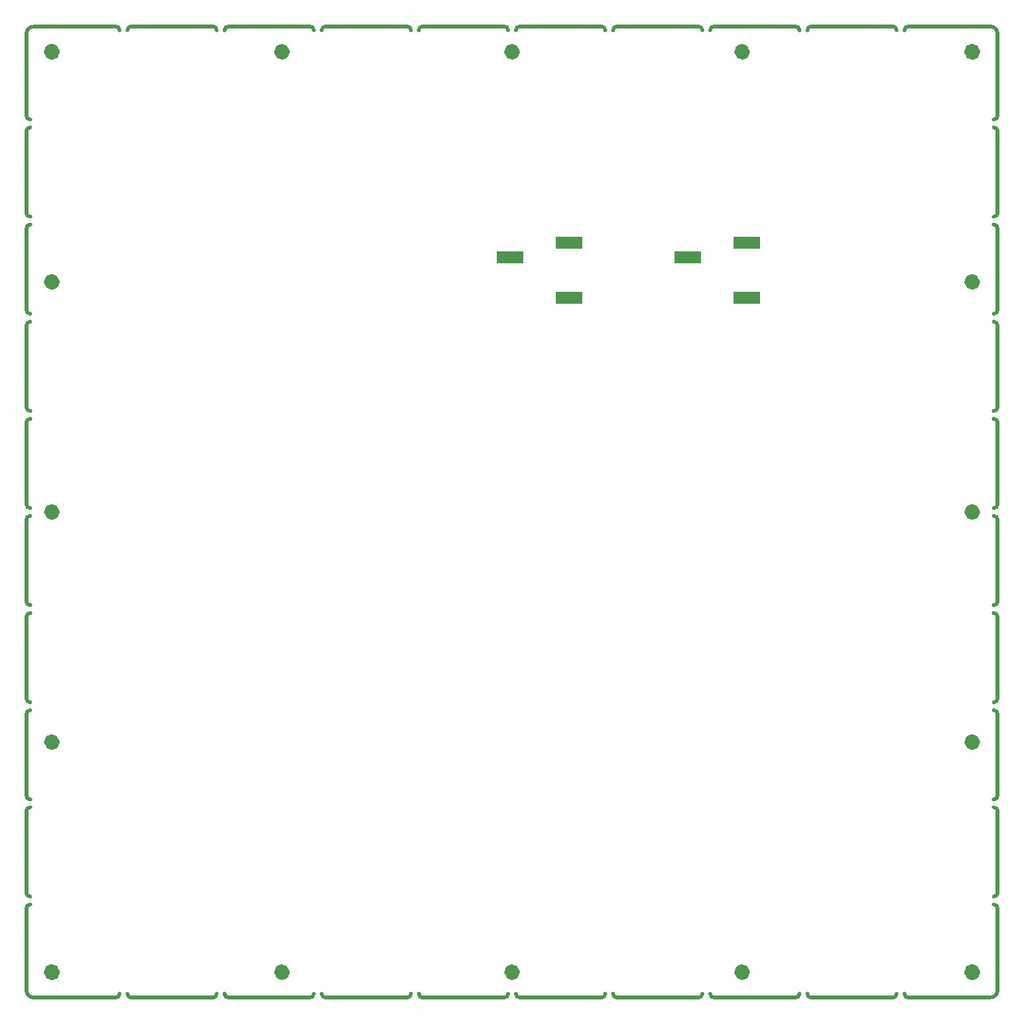
<source format=gbp>
G04 #@! TF.GenerationSoftware,KiCad,Pcbnew,6.0.2-378541a8eb~116~ubuntu20.04.1*
G04 #@! TF.CreationDate,2022-03-04T10:23:18-05:00*
G04 #@! TF.ProjectId,stencil,7374656e-6369-46c2-9e6b-696361645f70,rev?*
G04 #@! TF.SameCoordinates,Original*
G04 #@! TF.FileFunction,Paste,Bot*
G04 #@! TF.FilePolarity,Positive*
%FSLAX46Y46*%
G04 Gerber Fmt 4.6, Leading zero omitted, Abs format (unit mm)*
G04 Created by KiCad (PCBNEW 6.0.2-378541a8eb~116~ubuntu20.04.1) date 2022-03-04 10:23:18*
%MOMM*%
%LPD*%
G01*
G04 APERTURE LIST*
%ADD10C,0.500000*%
%ADD11C,1.000000*%
%ADD12C,1.050000*%
%ADD13R,3.500000X1.500000*%
G04 APERTURE END LIST*
D10*
X85630050Y-110857909D02*
G75*
G03*
X86130050Y-111357909I500001J1D01*
G01*
X85630050Y-48857909D02*
G75*
G03*
X86130050Y-49357909I500001J1D01*
G01*
X99030050Y-37457909D02*
X109430050Y-37457909D01*
X99030050Y-161457909D02*
X109430050Y-161457909D01*
D11*
X148130050Y-158207909D02*
G75*
G03*
X148130050Y-158207909I-500000J0D01*
G01*
D10*
X209630050Y-38457909D02*
G75*
G03*
X208630050Y-37457909I-999999J1D01*
G01*
X121830050Y-161457909D02*
G75*
G03*
X122330050Y-160957909I-1J500001D01*
G01*
X183830050Y-161457909D02*
G75*
G03*
X184330050Y-160957909I-1J500001D01*
G01*
D11*
X89380050Y-99457909D02*
G75*
G03*
X89380050Y-99457909I-500000J0D01*
G01*
D10*
X86130050Y-124757909D02*
G75*
G03*
X85630050Y-125257909I1J-500001D01*
G01*
X99030050Y-37457909D02*
G75*
G03*
X98530050Y-37957909I1J-500001D01*
G01*
X134730050Y-37957909D02*
G75*
G03*
X134230050Y-37457909I-500001J-1D01*
G01*
X98530050Y-160957909D02*
G75*
G03*
X99030050Y-161457909I500001J1D01*
G01*
X136230050Y-37457909D02*
G75*
G03*
X135730050Y-37957909I1J-500001D01*
G01*
X123830050Y-37457909D02*
G75*
G03*
X123330050Y-37957909I1J-500001D01*
G01*
X85630050Y-50857909D02*
X85630050Y-61257909D01*
X209630050Y-112857909D02*
G75*
G03*
X209130050Y-112357909I-500001J-1D01*
G01*
X135730050Y-160957909D02*
G75*
G03*
X136230050Y-161457909I500001J1D01*
G01*
D11*
X148130050Y-40707909D02*
G75*
G03*
X148130050Y-40707909I-500000J0D01*
G01*
D10*
X86130050Y-62757909D02*
G75*
G03*
X85630050Y-63257909I1J-500001D01*
G01*
X85630050Y-100457909D02*
X85630050Y-110857909D01*
X173430050Y-161457909D02*
X183830050Y-161457909D01*
X198230050Y-37457909D02*
X208630050Y-37457909D01*
X85630050Y-73657909D02*
G75*
G03*
X86130050Y-74157909I500001J1D01*
G01*
X85630050Y-137657909D02*
X85630050Y-148057909D01*
X208630050Y-161457909D02*
G75*
G03*
X209630050Y-160457909I1J999999D01*
G01*
X209630050Y-100457909D02*
G75*
G03*
X209130050Y-99957909I-500001J-1D01*
G01*
X86130050Y-112357909D02*
G75*
G03*
X85630050Y-112857909I1J-500001D01*
G01*
X209130050Y-74157909D02*
G75*
G03*
X209630050Y-73657909I-1J500001D01*
G01*
X209630050Y-63257909D02*
X209630050Y-73657909D01*
X209630050Y-50857909D02*
G75*
G03*
X209130050Y-50357909I-500001J-1D01*
G01*
X86130050Y-99957909D02*
G75*
G03*
X85630050Y-100457909I1J-500001D01*
G01*
X86630050Y-161457909D02*
X97030050Y-161457909D01*
X184330050Y-37957909D02*
G75*
G03*
X183830050Y-37457909I-500001J-1D01*
G01*
X173430050Y-37457909D02*
G75*
G03*
X172930050Y-37957909I1J-500001D01*
G01*
X85630050Y-160457909D02*
G75*
G03*
X86630050Y-161457909I999999J-1D01*
G01*
D11*
X118755050Y-40707909D02*
G75*
G03*
X118755050Y-40707909I-500000J0D01*
G01*
D10*
X85630050Y-61257909D02*
G75*
G03*
X86130050Y-61757909I500001J1D01*
G01*
X111430050Y-37457909D02*
G75*
G03*
X110930050Y-37957909I1J-500001D01*
G01*
X209630050Y-125257909D02*
G75*
G03*
X209130050Y-124757909I-500001J-1D01*
G01*
X209630050Y-150057909D02*
G75*
G03*
X209130050Y-149557909I-500001J-1D01*
G01*
X185830050Y-37457909D02*
X196230050Y-37457909D01*
X148630050Y-37457909D02*
G75*
G03*
X148130050Y-37957909I1J-500001D01*
G01*
X109930050Y-37957909D02*
G75*
G03*
X109430050Y-37457909I-500001J-1D01*
G01*
X85630050Y-63257909D02*
X85630050Y-73657909D01*
X148630050Y-161457909D02*
X159030050Y-161457909D01*
X122330050Y-37957909D02*
G75*
G03*
X121830050Y-37457909I-500001J-1D01*
G01*
X86630050Y-37457909D02*
X97030050Y-37457909D01*
X147130050Y-37957909D02*
G75*
G03*
X146630050Y-37457909I-500001J-1D01*
G01*
X209630050Y-75657909D02*
X209630050Y-86057909D01*
X197730050Y-160957909D02*
G75*
G03*
X198230050Y-161457909I500001J1D01*
G01*
X209630050Y-150057909D02*
X209630050Y-160457909D01*
X171930050Y-37957909D02*
G75*
G03*
X171430050Y-37457909I-500001J-1D01*
G01*
X148630050Y-37457909D02*
X159030050Y-37457909D01*
X185330050Y-160957909D02*
G75*
G03*
X185830050Y-161457909I500001J1D01*
G01*
X86630050Y-37457909D02*
G75*
G03*
X85630050Y-38457909I-1J-999999D01*
G01*
X209630050Y-50857909D02*
X209630050Y-61257909D01*
X209630050Y-137657909D02*
G75*
G03*
X209130050Y-137157909I-500001J-1D01*
G01*
X209630050Y-125257909D02*
X209630050Y-135657909D01*
D11*
X206880050Y-99457909D02*
G75*
G03*
X206880050Y-99457909I-500000J0D01*
G01*
D10*
X123830050Y-161457909D02*
X134230050Y-161457909D01*
X209630050Y-38457909D02*
X209630050Y-48857909D01*
D11*
X89380050Y-70082909D02*
G75*
G03*
X89380050Y-70082909I-500000J0D01*
G01*
X89380050Y-128832909D02*
G75*
G03*
X89380050Y-128832909I-500000J0D01*
G01*
X177505050Y-158207909D02*
G75*
G03*
X177505050Y-158207909I-500000J0D01*
G01*
D10*
X209630050Y-88057909D02*
G75*
G03*
X209130050Y-87557909I-500001J-1D01*
G01*
X171430050Y-161457909D02*
G75*
G03*
X171930050Y-160957909I-1J500001D01*
G01*
D12*
X89405050Y-158207909D02*
G75*
G03*
X89405050Y-158207909I-525000J0D01*
G01*
D11*
X177505050Y-40707909D02*
G75*
G03*
X177505050Y-40707909I-500000J0D01*
G01*
D10*
X209130050Y-136157909D02*
G75*
G03*
X209630050Y-135657909I-1J500001D01*
G01*
X159030050Y-161457909D02*
G75*
G03*
X159530050Y-160957909I-1J500001D01*
G01*
X161030050Y-37457909D02*
G75*
G03*
X160530050Y-37957909I1J-500001D01*
G01*
X198230050Y-37457909D02*
G75*
G03*
X197730050Y-37957909I1J-500001D01*
G01*
D11*
X206880050Y-128832909D02*
G75*
G03*
X206880050Y-128832909I-500000J0D01*
G01*
D10*
X209130050Y-61757909D02*
G75*
G03*
X209630050Y-61257909I-1J500001D01*
G01*
X209130050Y-86557909D02*
G75*
G03*
X209630050Y-86057909I-1J500001D01*
G01*
X209630050Y-112857909D02*
X209630050Y-123257909D01*
X97030050Y-161457909D02*
G75*
G03*
X97530050Y-160957909I-1J500001D01*
G01*
X85630050Y-98457909D02*
G75*
G03*
X86130050Y-98957909I500001J1D01*
G01*
X85630050Y-150057909D02*
X85630050Y-160457909D01*
X86130050Y-50357909D02*
G75*
G03*
X85630050Y-50857909I1J-500001D01*
G01*
X196230050Y-161457909D02*
G75*
G03*
X196730050Y-160957909I-1J500001D01*
G01*
X209630050Y-100457909D02*
X209630050Y-110857909D01*
X136230050Y-161457909D02*
X146630050Y-161457909D01*
X209130050Y-111357909D02*
G75*
G03*
X209630050Y-110857909I-1J500001D01*
G01*
X209630050Y-75657909D02*
G75*
G03*
X209130050Y-75157909I-500001J-1D01*
G01*
X85630050Y-75657909D02*
X85630050Y-86057909D01*
X209130050Y-148557909D02*
G75*
G03*
X209630050Y-148057909I-1J500001D01*
G01*
D12*
X89405050Y-40707909D02*
G75*
G03*
X89405050Y-40707909I-525000J0D01*
G01*
D10*
X85630050Y-88057909D02*
X85630050Y-98457909D01*
X85630050Y-112857909D02*
X85630050Y-123257909D01*
X185830050Y-161457909D02*
X196230050Y-161457909D01*
X160530050Y-160957909D02*
G75*
G03*
X161030050Y-161457909I500001J1D01*
G01*
X185830050Y-37457909D02*
G75*
G03*
X185330050Y-37957909I1J-500001D01*
G01*
X111430050Y-37457909D02*
X121830050Y-37457909D01*
X209130050Y-123757909D02*
G75*
G03*
X209630050Y-123257909I-1J500001D01*
G01*
X161030050Y-161457909D02*
X171430050Y-161457909D01*
X134230050Y-161457909D02*
G75*
G03*
X134730050Y-160957909I-1J500001D01*
G01*
X109430050Y-161457909D02*
G75*
G03*
X109930050Y-160957909I-1J500001D01*
G01*
X86130050Y-75157909D02*
G75*
G03*
X85630050Y-75657909I1J-500001D01*
G01*
X111430050Y-161457909D02*
X121830050Y-161457909D01*
X123330050Y-160957909D02*
G75*
G03*
X123830050Y-161457909I500001J1D01*
G01*
X85630050Y-125257909D02*
X85630050Y-135657909D01*
D12*
X206905050Y-158207909D02*
G75*
G03*
X206905050Y-158207909I-525000J0D01*
G01*
D10*
X85630050Y-123257909D02*
G75*
G03*
X86130050Y-123757909I500001J1D01*
G01*
X196730050Y-37957909D02*
G75*
G03*
X196230050Y-37457909I-500001J-1D01*
G01*
D12*
X206905050Y-40707909D02*
G75*
G03*
X206905050Y-40707909I-525000J0D01*
G01*
D10*
X123830050Y-37457909D02*
X134230050Y-37457909D01*
X86130050Y-137157909D02*
G75*
G03*
X85630050Y-137657909I1J-500001D01*
G01*
X209130050Y-98957909D02*
G75*
G03*
X209630050Y-98457909I-1J500001D01*
G01*
X85630050Y-38457909D02*
X85630050Y-48857909D01*
X209630050Y-137657909D02*
X209630050Y-148057909D01*
X161030050Y-37457909D02*
X171430050Y-37457909D01*
X148130050Y-160957909D02*
G75*
G03*
X148630050Y-161457909I500001J1D01*
G01*
X198230050Y-161457909D02*
X208630050Y-161457909D01*
X86130050Y-87557909D02*
G75*
G03*
X85630050Y-88057909I1J-500001D01*
G01*
X159530050Y-37957909D02*
G75*
G03*
X159030050Y-37457909I-500001J-1D01*
G01*
X146630050Y-161457909D02*
G75*
G03*
X147130050Y-160957909I-1J500001D01*
G01*
X209130050Y-49357909D02*
G75*
G03*
X209630050Y-48857909I-1J500001D01*
G01*
X209630050Y-63257909D02*
G75*
G03*
X209130050Y-62757909I-500001J-1D01*
G01*
X85630050Y-135657909D02*
G75*
G03*
X86130050Y-136157909I500001J1D01*
G01*
X97530050Y-37957909D02*
G75*
G03*
X97030050Y-37457909I-500001J-1D01*
G01*
X173430050Y-37457909D02*
X183830050Y-37457909D01*
D11*
X206880050Y-70082909D02*
G75*
G03*
X206880050Y-70082909I-500000J0D01*
G01*
D10*
X172930050Y-160957909D02*
G75*
G03*
X173430050Y-161457909I500001J1D01*
G01*
X86130050Y-149557909D02*
G75*
G03*
X85630050Y-150057909I1J-500001D01*
G01*
X209630050Y-88057909D02*
X209630050Y-98457909D01*
X110930050Y-160957909D02*
G75*
G03*
X111430050Y-161457909I500001J1D01*
G01*
X136230050Y-37457909D02*
X146630050Y-37457909D01*
X85630050Y-148057909D02*
G75*
G03*
X86130050Y-148557909I500001J1D01*
G01*
X85630050Y-86057909D02*
G75*
G03*
X86130050Y-86557909I500001J1D01*
G01*
D11*
X118755050Y-158207909D02*
G75*
G03*
X118755050Y-158207909I-500000J0D01*
G01*
D13*
G04 #@! TO.C,J82*
X154902400Y-65120000D03*
X154902400Y-72120000D03*
X147402400Y-66920000D03*
G04 #@! TD*
G04 #@! TO.C,J81*
X177602400Y-65120000D03*
X177602400Y-72120000D03*
X170102400Y-66920000D03*
G04 #@! TD*
M02*

</source>
